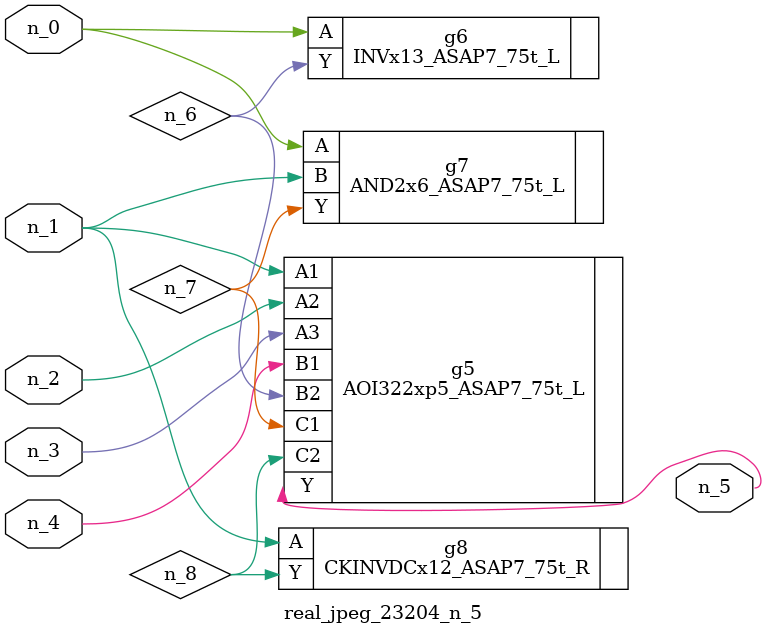
<source format=v>
module real_jpeg_23204_n_5 (n_4, n_0, n_1, n_2, n_3, n_5);

input n_4;
input n_0;
input n_1;
input n_2;
input n_3;

output n_5;

wire n_8;
wire n_6;
wire n_7;

INVx13_ASAP7_75t_L g6 ( 
.A(n_0),
.Y(n_6)
);

AND2x6_ASAP7_75t_L g7 ( 
.A(n_0),
.B(n_1),
.Y(n_7)
);

AOI322xp5_ASAP7_75t_L g5 ( 
.A1(n_1),
.A2(n_2),
.A3(n_3),
.B1(n_4),
.B2(n_6),
.C1(n_7),
.C2(n_8),
.Y(n_5)
);

CKINVDCx12_ASAP7_75t_R g8 ( 
.A(n_1),
.Y(n_8)
);


endmodule
</source>
